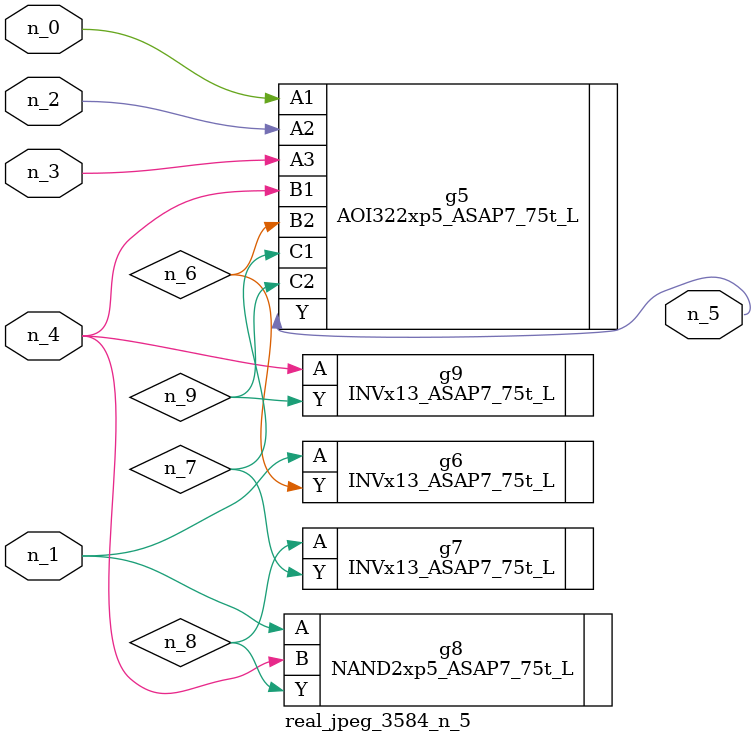
<source format=v>
module real_jpeg_3584_n_5 (n_4, n_0, n_1, n_2, n_3, n_5);

input n_4;
input n_0;
input n_1;
input n_2;
input n_3;

output n_5;

wire n_8;
wire n_6;
wire n_7;
wire n_9;

AOI322xp5_ASAP7_75t_L g5 ( 
.A1(n_0),
.A2(n_2),
.A3(n_3),
.B1(n_4),
.B2(n_6),
.C1(n_7),
.C2(n_9),
.Y(n_5)
);

INVx13_ASAP7_75t_L g6 ( 
.A(n_1),
.Y(n_6)
);

NAND2xp5_ASAP7_75t_L g8 ( 
.A(n_1),
.B(n_4),
.Y(n_8)
);

INVx13_ASAP7_75t_L g9 ( 
.A(n_4),
.Y(n_9)
);

INVx13_ASAP7_75t_L g7 ( 
.A(n_8),
.Y(n_7)
);


endmodule
</source>
